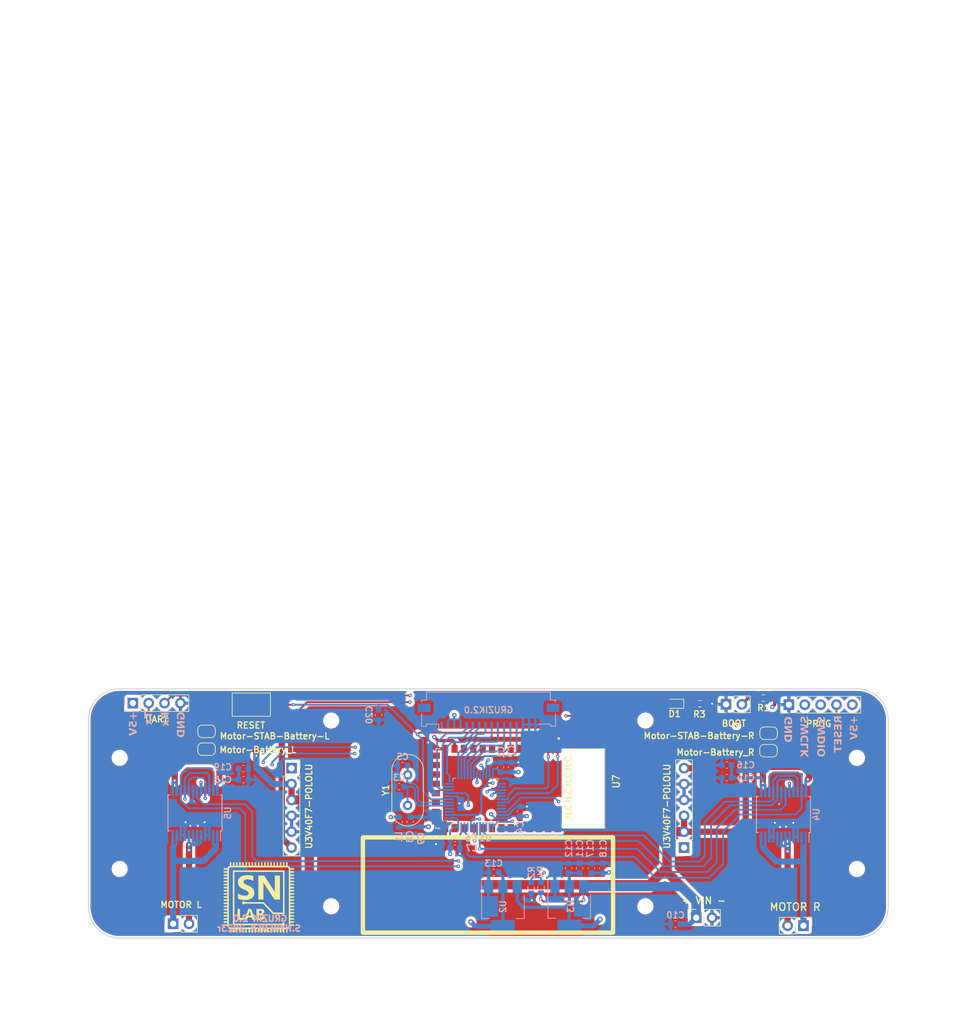
<source format=kicad_pcb>
(kicad_pcb (version 20221018) (generator pcbnew)
  (layers (0 "F.Cu" mixed) (1 "In1.Cu" mixed) (2 "In2.Cu" mixed) (31 "B.Cu" mixed) (34 "B.Paste" user) (35 "F.Paste" user) (36 "B.SilkS" user "B.Silkscreen") (37 "F.SilkS" user "F.Silkscreen") (38 "B.Mask" user) (39 "F.Mask" user) (44 "Edge.Cuts" user))
  (net 0 "")
  (net 1 "GND")
  (net 2 "/BOOT0")
  (net 3 "+3.3V")
  (net 4 "/HSE_OUT")
  (net 5 "/HSE_IN")
  (net 6 "+3.3VA")
  (net 7 "VDC")
  (net 8 "+5V")
  (net 9 "Motor_R")
  (net 10 "Motor_L")
  (net 11 "Net-(D1-K)")
  (net 12 "PC13")
  (net 13 "PB0")
  (net 14 "PA7")
  (net 15 "PA6")
  (net 16 "PA5")
  (net 17 "PA4")
  (net 18 "PA3")
  (net 19 "PA2")
  (net 20 "PA1")
  (net 21 "PA0")
  (net 22 "Net-(Motor-STAB-Battery-L1-B)")
  (net 23 "Net-(Motor-STAB-Battery-R1-B)")
  (net 24 "Net-(MOTOR_L1-Pin_1)")
  (net 25 "Net-(MOTOR_L1-Pin_2)")
  (net 26 "Net-(MOTOR_R1-Pin_1)")
  (net 27 "SWDIO")
  (net 28 "SWCLK")
  (net 29 "PB1")
  (net 30 "Net-(MOTOR_R1-Pin_2)")
  (net 31 "PC14")
  (net 32 "PC15")
  (net 33 "PB2")
  (net 34 "PB10")
  (net 35 "PB11")
  (net 36 "PB12")
  (net 37 "PB13")
  (net 38 "PB14")
  (net 39 "PB15")
  (net 40 "PA8")
  (net 41 "PA9")
  (net 42 "PA10")
  (net 43 "PA11")
  (net 44 "PA12")
  (net 45 "PA15")
  (net 46 "SWO")
  (net 47 "PB4")
  (net 48 "PB5")
  (net 49 "PB6")
  (net 50 "PB7")
  (net 51 "PB8")
  (net 52 "PB9")
  (net 83 "RESET")
  (footprint "Crystal:Crystal_HC49-4H_Vertical" (layer "F.Cu") (at 87.4268 151.7512 90)
    (fp_text reference "Y1")
    (fp_text value "8MHz")
  )
  (footprint "MountingHole:MountingHole_2.1mm" (layer "F.Cu") (at 75.184 167.894)
    (fp_text reference "REF**" hide)
    (fp_text value "MountingHole_2.1mm")
  )
  (footprint "Connector_PinHeader_2.54mm:PinHeader_1x02_P2.54mm_Vertical" (layer "F.Cu") (at 138.3792 135.5852 90)
    (fp_text reference "BOOT")
    (fp_text value "Conn_01x02_Pin")
  )
  (footprint "Jumper:SolderJumper-2_P1.3mm_Open_RoundedPad1.0x1.5mm" (layer "F.Cu") (at 145.1968 140.208 180)
    (fp_text reference "Motor-STAB-Battery-R")
    (fp_text value "SolderJumper_2_Open")
  )
  (footprint "Jumper:SolderJumper-2_P1.3mm_Open_RoundedPad1.0x1.5mm" (layer "F.Cu") (at 145.176 143.002)
    (fp_text reference "Motor-Battery_R")
    (fp_text value "SolderJumper_2_Open")
  )
  (footprint "Jumper:SolderJumper-2_P1.3mm_Open_RoundedPad1.0x1.5mm" (layer "F.Cu") (at 55.23 139.9032)
    (fp_text reference "Motor-STAB-Battery-L")
    (fp_text value "SolderJumper_2_Open")
  )
  (footprint "Connector_PinHeader_2.54mm:PinHeader_1x02_P2.54mm_Vertical" (layer "F.Cu") (at 49.8856 170.688 90)
    (fp_text reference "MOTOR L")
    (fp_text value "Conn_01x02")
  )
  (footprint "Connector_PinHeader_2.54mm:PinHeader_1x04_P2.54mm_Vertical" (layer "F.Cu") (at 43.434 135.382 90)
    (fp_text reference "UART")
    (fp_text value "Conn_01x04")
  )
  (footprint "Connector_PinHeader_2.54mm:PinHeader_1x02_P2.54mm_Vertical" (layer "F.Cu") (at 150.7744 170.9928 -90)
    (fp_text reference "MOTOR R")
    (fp_text value "Conn_01x02")
  )
  (footprint "SN-LAB-logo:SN-LAB" (layer "F.Cu") (at 63.306772 166.531623)
    (fp_text reference "G***" hide)
    (fp_text value "LOGO" hide)
  )
  (footprint "MountingHole:MountingHole_2.1mm" (layer "F.Cu") (at 41.322 144.145)
    (fp_text reference "REF**" hide)
    (fp_text value "MountingHole_2.1mm")
  )
  (footprint "Jumper:SolderJumper-2_P1.3mm_Open_RoundedPad1.0x1.5mm" (layer "F.Cu") (at 55.23 142.748 180)
    (fp_text reference "Motor-Battery_L")
    (fp_text value "SolderJumper_2_Open")
  )
  (footprint "MountingHole:MountingHole_2.1mm" (layer "F.Cu") (at 125.476 138.176)
    (fp_text reference "REF**" hide)
    (fp_text value "MountingHole_2.1mm")
  )
  (footprint "MountingHole:MountingHole_2.1mm" (layer "F.Cu") (at 159.338 161.925)
    (fp_text reference "REF**" hide)
    (fp_text value "MountingHole_2.1mm")
  )
  (footprint "Connector_PinHeader_2.54mm:PinHeader_1x05_P2.54mm_Vertical" (layer "F.Cu") (at 148.4376 135.636 90)
    (fp_text reference "PROG")
    (fp_text value "Conn_01x05")
  )
  (footprint "Resistor_SMD:R_0603_1608Metric" (layer "F.Cu") (at 144.3858 134.5692)
    (fp_text reference "R1")
    (fp_text value "10k")
  )
  (footprint "Resistor_SMD:R_0603_1608Metric" (layer "F.Cu") (at 134.175 135.4836)
    (fp_text reference "R3")
    (fp_text value "510R")
  )
  (footprint "MountingHole:MountingHole_2.1mm" (layer "F.Cu") (at 159.338 144.145)
    (fp_text reference "REF**" hide)
    (fp_text value "MountingHole_2.1mm")
  )
  (footprint "HC-05_module:XCVR_HC-05" (layer "F.Cu") (at 105.1062 149.0472 -90)
    (fp_text reference "U7")
    (fp_text value "HC-05")
  )
  (footprint "MountingHole:MountingHole_2.1mm" (layer "F.Cu") (at 75.184 138.176)
    (fp_text reference "REF**" hide)
    (fp_text value "MountingHole_2.1mm")
  )
  (footprint "Connector_PinSocket_2.54mm:PinSocket_1x06_P2.54mm_Vertical" (layer "F.Cu") (at 131.666 158.496 180)
    (fp_text reference "U3V40F7-POLOLU")
    (fp_text value "Conn_01x06")
  )
  (footprint "Connector_PinSocket_2.54mm:PinSocket_1x06_P2.54mm_Vertical" (layer "F.Cu") (at 68.834 145.796)
    (fp_text reference "U3V40F7-POLOLU")
    (fp_text value "Conn_01x06")
  )
  (footprint "MountingHole:MountingHole_2.1mm" (layer "F.Cu") (at 41.322 161.925)
    (fp_text reference "REF**" hide)
    (fp_text value "MountingHole_2.1mm")
  )
  (footprint "Connector_PinSocket_2.54mm:PinSocket_1x02_P2.54mm_Vertical" (layer "F.Cu") (at 133.604 169.7228 90)
    (fp_text reference "+ VIN -")
    (fp_text value "Conn_01x02")
  )
  (footprint "Button_Switch_SMD:SW_SPST_CK_RS282G05A3" (layer "F.Cu") (at 62.394 135.636)
    (fp_text reference "RESET")
    (fp_text value "SW_SPST")
  )
  (footprint "LED_SMD:LED_0603_1608Metric" (layer "F.Cu") (at 130.1365 135.4836 180)
    (fp_text reference "D1")
    (fp_text value "BLUE")
  )
  (footprint "MountingHole:MountingHole_2.1mm" (layer "F.Cu") (at 125.476 167.894)
    (fp_text reference "REF**" hide)
    (fp_text value "MountingHole_2.1mm")
  )
  (footprint "Package_TO_SOT_SMD:SOT-223-3_TabPin2" (layer "B.Cu") (at 113.284 167.894 -90)
    (fp_text reference "U3")
    (fp_text value "LM1117MP-5.0")
  )
  (footprint "Capacitor_SMD:C_0603_1608Metric" (layer "B.Cu") (at 105.4608 152.7048 90)
    (fp_text reference "C4")
    (fp_text value "100n")
  )
  (footprint "Package_TO_SOT_SMD:SOT-223-3_TabPin2" (layer "B.Cu") (at 102.6668 167.9444 -90)
    (fp_text reference "U2")
    (fp_text value "LM1117MP-3.3")
  )
  (footprint "Capacitor_SMD:C_0603_1608Metric" (layer "B.Cu") (at 86.601 145.3896 180)
    (fp_text reference "C5")
    (fp_text value "20p")
  )
  (footprint "Package_SO:SSOP-24_5.3x8.2mm_P0.65mm" (layer "B.Cu") (at 147.567 153.206 90)
    (fp_text reference "U4")
    (fp_text value "TB6612FNG")
  )
  (footprint "Capacitor_SMD:C_0603_1608Metric" (layer "B.Cu") (at 113.1824 161.798 90)
    (fp_text reference "C12")
    (fp_text value "10u")
  )
  (footprint "Capacitor_SMD:C_0603_1608Metric" (layer "B.Cu") (at 94.996 157.0228)
    (fp_text reference "C6")
    (fp_text value "100n")
  )
  (footprint "Capacitor_SMD:C_0603_1608Metric" (layer "B.Cu") (at 61.137476 145.86)
    (fp_text reference "C19")
    (fp_text value "10u")
  )
  (footprint "Resistor_SMD:R_0603_1608Metric" (layer "B.Cu") (at 107.188 164.9354 -90)
    (fp_text reference "R2")
    (fp_text value "20K")
  )
  (footprint "Capacitor_SMD:C_0603_1608Metric" (layer "B.Cu") (at 82.7532 137.2746 90)
    (fp_text reference "C20")
    (fp_text value "100n")
  )
  (footprint "Capacitor_SMD:C_0603_1608Metric" (layer "B.Cu") (at 102.2858 145.6436 90)
    (fp_text reference "C1")
    (fp_text value "4u7")
  )
  (footprint "Capacitor_SMD:C_0603_1608Metric" (layer "B.Cu") (at 86.0552 148.7424 180)
    (fp_text reference "C3")
    (fp_text value "20p")
  )
  (footprint "Capacitor_SMD:C_0603_1608Metric" (layer "B.Cu") (at 61.137476 147.638)
    (fp_text reference "C15")
    (fp_text value "0.1u")
  )
  (footprint "Inductor_SMD:L_0603_1608Metric" (layer "B.Cu") (at 86.0552 154.4067 -90)
    (fp_text reference "L1")
    (fp_text value "27n")
  )
  (footprint "Package_SO:SSOP-24_5.3x8.2mm_P0.65mm" (layer "B.Cu") (at 53.381 152.952 90)
    (fp_text reference "U5")
    (fp_text value "TB6612FNG")
  )
  (footprint "Capacitor_SMD:C_0603_1608Metric" (layer "B.Cu") (at 89.6112 154.3942 90)
    (fp_text reference "C9")
    (fp_text value "100n")
  )
  (footprint "Capacitor_SMD:C_0603_1608Metric" (layer "B.Cu") (at 101.1936 162.4584 180)
    (fp_text reference "C13")
    (fp_text value "33u")
  )
  (footprint "Capacitor_SMD:C_0603_1608Metric" (layer "B.Cu") (at 116.84 161.798 90)
    (fp_text reference "C17")
    (fp_text value "0.1u")
  )
  (footprint "Resistor_SMD:R_0603_1608Metric" (layer "B.Cu") (at 108.7628 164.8988 -90)
    (fp_text reference "R4")
    (fp_text value "33K")
  )
  (footprint "Capacitor_SMD:C_0603_1608Metric" (layer "B.Cu") (at 94.996 158.5976)
    (fp_text reference "C7")
    (fp_text value "100n")
  )
  (footprint "Capacitor_SMD:C_0603_1608Metric" (layer "B.Cu") (at 138.486476 147.32 180)
    (fp_text reference "C14")
    (fp_text value "0.1u")
  )
  (footprint "Capacitor_SMD:C_0603_1608Metric" (layer "B.Cu") (at 118.6688 161.798 90)
    (fp_text reference "C18")
    (fp_text value "0.1u")
  )
  (footprint "Package_QFP:LQFP-48_7x7mm_P0.5mm" (layer "B.Cu") (at 98.27 151.0315)
    (fp_text reference "U1")
    (fp_text value "STM32F103C8T6")
  )
  (footprint "Capacitor_SMD:C_0603_1608Metric" (layer "B.Cu") (at 130.289 170.7388 180)
    (fp_text reference "C10")
    (fp_text value "10u")
  )
  (footprint "Capacitor_SMD:C_0603_1608Metric" (layer "B.Cu") (at 87.8332 154.3942 90)
    (fp_text reference "C8")
    (fp_text value "1u")
  )
  (footprint "Connector_FFC-FPC:Molex_200528-0160_1x16-1MP_P1.00mm_Horizontal" (layer "B.Cu") (at 100.3672 137.9264)
    (fp_text reference "GRUZIK2.0")
    (fp_text value "Conn_01x16")
  )
  (footprint "Capacitor_SMD:C_0603_1608Metric" (layer "B.Cu") (at 138.499476 145.288 180)
    (fp_text reference "C16")
    (fp_text value "10u")
  )
  (footprint "Capacitor_SMD:C_0603_1608Metric" (layer "B.Cu") (at 114.9604 161.798 90)
    (fp_text reference "C11")
    (fp_text value "33u")
  )
  (footprint "Capacitor_SMD:C_0603_1608Metric" (layer "B.Cu") (at 104.0638 145.6436 90)
    (fp_text reference "C2")
    (fp_text value "100n")
  )
  (gr_rect (start 80.264 156.8704) (end 120.2944 172.1104) (stroke (width 0.7)) (fill none) (layer "F.SilkS"))
  (gr_line (start 164.338 167.974) (end 164.338 138.096) (stroke (width 0.15)) (layer "Edge.Cuts"))
  (gr_arc (start 164.338 167.974) (mid 162.873534 171.509533) (end 159.338 172.974) (stroke (width 0.15)) (layer "Edge.Cuts"))
  (gr_line (start 159.338 172.974) (end 41.322 172.974) (stroke (width 0.15)) (layer "Edge.Cuts"))
  (gr_arc (start 159.338 133.096) (mid 162.873533 134.560466) (end 164.338 138.096) (stroke (width 0.15)) (layer "Edge.Cuts"))
  (gr_arc (start 41.322 172.974) (mid 37.786467 171.509534) (end 36.322 167.974) (stroke (width 0.15)) (layer "Edge.Cuts"))
  (gr_line (start 36.322 138.096) (end 36.322 167.974) (stroke (width 0.15)) (layer "Edge.Cuts"))
  (gr_line (start 159.338 133.096) (end 41.322 133.096) (stroke (width 0.15)) (layer "Edge.Cuts"))
  (gr_arc (start 36.322 138.096) (mid 37.786466 134.560467) (end 41.322 133.096) (stroke (width 0.15)) (layer "Edge.Cuts"))
  (gr_text "SWCLK" (at 151.7396 137.414 90) (layer "B.SilkS") (effects (font (size 1.2 1.2) (thickness 0.3) bold) (justify left bottom mirror)))
  (gr_text "Tx" (at 46.6852 136.7028 90) (layer "B.SilkS") (effects (font (size 1.2 1.2) (thickness 0.3) bold) (justify left bottom mirror)))
  (gr_text "GRUZIK 2.0" (at 68.2752 170.434) (layer "B.SilkS") (effects (font (size 1 1) (thickness 0.25) bold) (justify left bottom mirror)))
  (gr_text "+5V" (at 44.2468 136.7536 90) (layer "B.SilkS") (effects (font (size 1.2 1.2) (thickness 0.3) bold) (justify left bottom mirror)))
  (gr_text "+5V" (at 159.6136 137.414 90) (layer "B.SilkS") (effects (font (size 1.2 1.2) (thickness 0.3) bold) (justify left bottom mirror)))
  (gr_text "Rx" (at 49.3776 136.7536 90) (layer "B.SilkS") (effects (font (size 1.2 1.2) (thickness 0.3) bold) (justify left bottom mirror)))
  (gr_text "S.NYDEREK 2023r" (at 70.4596 172.0088) (layer "B.SilkS") (effects (font (size 1 1) (thickness 0.25) bold) (justify left bottom mirror)))
  (gr_text "SWDIO" (at 154.432 137.5156 90) (layer "B.SilkS") (effects (font (size 1.2 1.2) (thickness 0.3) bold) (justify left bottom mirror)))
  (gr_text "GND" (at 51.9176 136.7536 90) (layer "B.SilkS") (effects (font (size 1.2 1.2) (thickness 0.3) bold) (justify left bottom mirror)))
  (gr_text "RESET" (at 157.0736 137.3632 90) (layer "B.SilkS") (effects (font (size 1.2 1.2) (thickness 0.3) bold) (justify left bottom mirror)))
  (gr_text "GND" (at 149.1488 137.5156 90) (layer "B.SilkS") (effects (font (size 1.2 1.2) (thickness 0.3) bold) (justify left bottom mirror)))
  (gr_text "JLCJLCJLCJLC" (at 113.6904 154.2796 90) (layer "F.SilkS") (effects (font (size 1 1) (thickness 0.2) bold) (justify left bottom)))
  (segment (start 91.8972 156.8196) (end 91.9312 156.7856) (width 0.5) (layer "F.Cu") (net 1))
  (segment (start 91.7448 142.6972) (end 90.7288 141.6812) (width 0.5) (layer "F.Cu") (net 1))
  (segment (start 93.4312 157.216) (end 93.4312 155.3972) (width 0.5) (layer "F.Cu") (net 1))
  (segment (start 91.948 157.9372) (end 92.71 157.9372) (width 0.5) (layer "F.Cu") (net 1))
  (segment (start 135 135.4836) (end 136.1562 135.4836) (width 0.5) (layer "F.Cu") (net 1))
  (segment (start 91.9312 156.7856) (end 91.9312 154.2972) (width 0.5) (layer "F.Cu") (net 1))
  (segment (start 93.4312 142.6972) (end 91.7448 142.6972) (width 0.5) (layer "F.Cu") (net 1))
  (segment (start 92.71 157.9372) (end 93.4312 157.216) (width 0.5) (layer "F.Cu") (net 1))
  (via (at 51.8668 154.432) (size 0.7) (drill 0.3) (layers "F.Cu" "B.Cu") (net 1))
  (via (at 136.1562 135.4836) (size 0.7) (drill 0.3) (layers "F.Cu" "B.Cu") (net 1))
  (via (at 147.0152 155.194) (size 0.7) (drill 0.3) (layers "F.Cu" "B.Cu") (net 1))
  (via (at 146.2024 154.5336) (size 0.7) (drill 0.3) (layers "F.Cu" "B.Cu") (net 1))
  (via (at 53.848 154.9908) (size 0.7) (drill 0.3) (layers "F.Cu" "B.Cu") (net 1))
  (via (at 91.948 157.9372) (size 0.7) (drill 0.3) (layers "F.Cu" "B.Cu") (net 1))
  (via (at 91.8972 156.8196) (size 0.7) (drill 0.3) (layers "F.Cu" "B.Cu") (net 1))
  (via (at 52.6288 154.9908) (size 0.7) (drill 0.3) (layers "F.Cu" "B.Cu") (net 1))
  (via (at 53.2384 151.0792) (size 0.55) (drill 0.2) (layers "F.Cu" "B.Cu") (net 1))
  (via (at 90.7288 141.6812) (size 0.7) (drill 0.3) (layers "F.Cu" "B.Cu") (net 1))
  (via (at 106.5146 151.9298) (size 0.7) (drill 0.3) (layers "F.Cu" "B.Cu") (net 1))
  (via (at 95.7072 151.4348) (size 0.7) (drill 0.3) (layers "F.Cu" "B.Cu") (net 1))
  (via (at 147.9804 155.1432) (size 0.7) (drill 0.3) (layers "F.Cu" "B.Cu") (net 1))
  (via (at 107.2896 166.9288) (size 0.7) (drill 0.3) (layers "F.Cu" "B.Cu") (net 1))
  (via (at 105.156 144.8686) (size 0.7) (drill 0.3) (layers "F.Cu" "B.Cu") (net 1))
  (via (at 95.771 159.499) (size 0.7) (drill 0.3) (layers "F.Cu" "B.Cu") (net 1))
  (via (at 149.1488 154.5336) (size 0.7) (drill 0.3) (layers "F.Cu" "B.Cu") (net 1))
  (via (at 146.8628 151.5364) (size 0.55) (drill 0.2) (layers "F.Cu" "B.Cu") (net 1))
  (via (at 54.9148 154.432) (size 0.7) (drill 0.3) (layers "F.Cu" "B.Cu") (net 1))
  (segment (start 95.771 157.0228) (end 95.771 156.451) (width 0.3) (layer "B.Cu") (net 1))
  (segment (start 102.2858 144.8686) (end 101.3082 144.8686) (width 0.3) (layer "B.Cu") (net 1))
  (segment (start 53.848 154.9908) (end 54.7448 154.9908) (width 0.45) (layer "B.Cu") (net 1))
  (segment (start 102.2858 144.8686) (end 104.0638 144.8686) (width 0.5) (layer "B.Cu") (net 1))
  (segment (start 95.771 156.451) (end 96.02 156.202) (width 0.3) (layer "B.Cu") (net 1))
  (segment (start 51.8668 154.432) (end 54.9148 154.432) (width 0.45) (layer "B.Cu") (net 1))
  (segment (start 145.292 156.806) (end 145.292 155.2488) (width 0.45) (layer "B.Cu") (net 1))
  (segment (start 113.1824 161.023) (end 114.9604 161.023) (width 0.5) (layer "B.Cu") (net 1))
  (segment (start 107.188 166.8272) (end 107.2896 166.9288) (width 0.5) (layer "B.Cu") (net 1))
  (segment (start 104.8642 151.9298) (end 103.5125 153.2815) (width 0.3) (layer "B.Cu") (net 1))
  (segment (start 147.242 149.606) (end 147.242 151.1572) (width 0.3) (layer "B.Cu") (net 1))
  (segment (start 95.771 158.5976) (end 95.771 159.499) (width 0.5) (layer "B.Cu") (net 1))
  (segment (start 105.156 144.8686) (end 104.0638 144.8686) (width 0.5) (layer "B.Cu") (net 1))
  (segment (start 105.4608 151.9298) (end 104.8642 151.9298) (width 0.3) (layer "B.Cu") (net 1))
  (segment (start 95.7072 150.6728) (end 95.7072 151.4348) (width 0.3) (layer "B.Cu") (net 1))
  (segment (start 146.229 155.194) (end 147.0152 155.194) (width 0.45) (layer "B.Cu") (net 1))
  (segment (start 146.2024 154.5336) (end 149.1488 154.5336) (width 0.45) (layer "B.Cu") (net 1))
  (segment (start 149.192 155.506) (end 149.192 156.806) (width 0.45) (layer "B.Cu") (net 1))
  (segment (start 100.52 145.6568) (end 100.52 146.869) (width 0.3) (layer "B.Cu") (net 1))
  (segment (start 101.3082 144.8686) (end 100.52 145.6568) (width 0.3) (layer "B.Cu") (net 1))
  (segment (start 100.3668 162.5102) (end 100.4186 162.4584) (width 0.5) (layer "B.Cu") (net 1))
  (segment (start 51.106 156.552) (end 51.106 154.9412) (width 0.45) (layer "B.Cu") (net 1))
  (segment (start 51.756 156.552) (end 51.756 155.227) (width 0.45) (layer "B.Cu") (net 1))
  (segment (start 148.0312 155.194) (end 148.88 155.194) (width 0.45) (layer "B.Cu") (net 1))
  (segment (start 147.0152 155.194) (end 147.9296 155.194) (width 0.45) (layer "B.Cu") (net 1))
  (segment (start 118.6688 161.023) (end 116.84 161.023) (width 0.5) (layer "B.Cu") (net 1))
  (segment (start 53.056 150.8968) (end 53.2384 151.0792) (width 0.3) (layer "B.Cu") (net 1))
  (segment (start 149.2504 154.5336) (end 149.842 155.1252) (width 0.45) (layer "B.Cu") (net 1))
  (segment (start 148.88 155.194) (end 149.192 155.506) (width 0.45) (layer "B.Cu") (net 1))
  (segment (start 145.288 155.2448) (end 145.9992 154.5336) (width 0.45) (layer "B.Cu") (net 1))
  (segment (start 107.188 165.7604) (end 107.188 166.8272) (width 0.5) (layer "B.Cu") (net 1))
  (segment (start 51.6128 154.432) (end 51.8668 154.432) (width 0.45) (layer "B.Cu") (net 1))
  (segment (start 106.5146 151.9298) (end 105.4608 151.9298) (width 0.5) (layer "B.Cu") (net 1))
  (segment (start 94.1075 150.2815) (end 95.3159 150.2815) (width 0.3) (layer "B.Cu") (net 1))
  (segment (start 147.242 151.1572) (end 146.8628 151.5364) (width 0.3) (layer "B.Cu") (net 1))
  (segment (start 114.9604 161.023) (end 116.84 161.023) (width 0.5) (layer "B.Cu") (net 1))
  (segment (start 87.8332 153.6192) (end 89.6112 153.6192) (width 0.5) (layer "B.Cu") (net 1))
  (segment (start 103.5125 153.2815) (end 102.4325 153.2815) (width 0.3) (layer "B.Cu") (net 1))
  (segment (start 95.7072 151.4348) (end 95.7072 151.384) (width 0.3) (layer "B.Cu") (net 1))
  (segment (start 54.9148 154.432) (end 54.9656 154.432) (width 0.45) (layer "B.Cu") (net 1))
  (segment (start 145.9992 154.5336) (end 146.2024 154.5336) (width 0.45) (layer "B.Cu") (net 1))
  (segment (start 147.9804 155.1432) (end 148.0312 155.194) (width 0.45) (layer "B.Cu") (net 1))
  (segment (start 51.756 155.227) (end 51.9922 154.9908) (width 0.45) (layer "B.Cu") (net 1))
  (segment (start 147.9296 155.194) (end 147.9804 155.1432) (width 0.45) (layer "B.Cu") (net 1))
  (segment (start 53.056 149.352) (end 53.056 150.8968) (width 0.3) (layer "B.Cu") (net 1))
  (segment (start 54.7448 154.9908) (end 55.006 155.252) (width 0.45) (layer "B.Cu") (net 1))
  (segment (start 145.942 155.481) (end 146.229 155.194) (width 0.45) (layer "B.Cu") (net 1))
  (segment (start 54.9656 154.432) (end 55.656 155.1224) (width 0.45) (layer "B.Cu") (net 1))
  (segment (start 145.942 156.806) (end 145.942 155.481) (width 0.45) (layer "B.Cu") (net 1))
  (segment (start 51.1048 154.94) (end 51.6128 154.432) (width 0.45) (layer "B.Cu") (net 1))
  (segment (start 51.106 154.9412) (end 51.1048 154.94) (width 0.45) (layer "B.Cu") (net 1))
  (segment (start 52.6288 154.9908) (end 53.848 154.9908) (width 0.45) (layer "B.Cu") (net 1))
  (segment (start 145.292 155.2488) (end 145.288 155.2448) (width 0.45) (layer "B.Cu") (net 1))
  (segment (start 96.02 156.202) (end 96.02 155.194) (width 0.3) (layer "B.Cu") (net 1))
  (segment (start 149.1488 154.5336) (end 149.2504 154.5336) (width 0.45) (layer "B.Cu") (net 1))
  (segment (start 51.9922 154.9908) (end 52.6288 154.9908) (width 0.45) (layer "B.Cu") (net 1))
  (segment (start 100.3668 164.7944) (end 100.3668 162.5102) (width 0.5) (layer "B.Cu") (net 1))
  (segment (start 55.006 155.252) (end 55.006 156.552) (width 0.45) (layer "B.Cu") (net 1))
  (segment (start 55.656 155.1224) (end 55.656 156.552) (width 0.45) (layer "B.Cu") (net 1))
  (segment (start 149.842 155.1252) (end 149.842 156.806) (width 0.45) (layer "B.Cu") (net 1))
  (segment (start 95.771 157.0228) (end 95.771 158.5976) (width 0.5) (layer "B.Cu") (net 1))
  (segment (start 137.711476 145.301) (end 137.724476 145.288) (width 0.5) (layer "B.Cu") (net 1))
  (segment (start 95.3159 150.2815) (end 95.7072 150.6728) (width 0.3) (layer "B.Cu") (net 1))
  (segment (start 141.9352 134.5692) (end 140.9192 135.5852) (width 0.5) (layer "F.Cu") (net 2))
  (segment (start 143.5608 134.5692) (end 141.9352 134.5692) (width 0.5) (layer "F.Cu") (net 2))
  (via (at 98.9584 153.924) (size 0.55) (drill 0.2) (layers "F.Cu" "B.Cu") (net 2))
  (segment (start 97.951459 153.924) (end 98.9584 153.924) (width 0.3) (layer "B.Cu") (net 2))
  (segment (start 97.52 155.194) (end 97.52 154.355459) (width 0.3) (layer "B.Cu") (net 2))
  (segment (start 97.52 154.355459) (end 97.951459 153.924) (width 0.3) (layer "B.Cu") (net 2))
  (segment (start 94.6404 141.3764) (end 92.7608 141.3764) (width 0.5) (layer "F.Cu") (net 3))
  (segment (start 91.8464 140.97) (end 91.694 140.8176) (width 0.5) (layer "F.Cu") (net 3))
  (segment (start 92.2528 141.3764) (end 91.8464 140.97) (width 0.5) (layer "F.Cu") (net 3))
  (segment (start 94.742 141.478) (end 94.6404 141.3764) (width 0.5) (layer "F.Cu") (net 3))
  (segment (start 92.7608 141.3764) (end 92.2528 141.3764) (width 0.5) (layer "F.Cu") (net 3))
  (segment (start 145.8976 134.5692) (end 145.2108 134.5692) (width 0.5) (layer "F.Cu") (net 3))
  (segment (start 94.9312 141.6672) (end 94.742 141.478) (width 0.5) (layer "F.Cu") (net 3))
  (segment (start 94.9312 142.6972) (end 94.9312 141.6672) (width 0.5) (layer "F.Cu") (net 3))
  (segment (start 146.1516 135.636) (end 146.1516 134.8232) (width 0.5) (layer "F.Cu") (net 3))
  (segment (start 146.1516 134.8232) (end 145.8976 134.5692) (width 0.5) (layer "F.Cu") (net 3))
  (segment (start 145.796 135.9916) (end 146.1516 135.636) (width 0.5) (layer "F.Cu") (net 3))
  (via (at 84.7344 153.6192) (size 0.7) (drill 0.3) (layers "F.Cu" "B.Cu") (net 3))
  (via (at 145.796 135.9916) (size 0.7) (drill 0.3) (layers "F.Cu" "B.Cu") (net 3))
  (via (at 94.221 159.512) (size 0.7) (drill 0.3) (layers "F.Cu" "B.Cu") (net 3))
  (via (at 91.694 140.8176) (size 0.7) (drill 0.3) (layers "F.Cu" "B.Cu") (net 3))
  (via (at 97.536 170.3832) (size 0.8) (drill 0.4) (layers "F.Cu" "B.Cu") (net 3))
  (via (at 119.634 162.4584) (size 0.7) (drill 0.3) (layers "F.Cu" "B.Cu") (net 3))
  (via (at 100.7872 153.162) (size 0.7) (drill 0.3) (layers "F.Cu" "B.Cu") (net 3))
  (via (at 54.356 148.052) (size 0.55) (drill 0.2) (layers "F.Cu" "B.Cu") (net 3))
  (via (at 148.5387 148.2339) (size 0.55) (drill 0.2) (layers "F.Cu" "B.Cu") (net 3))
  (via (at 105.156 146.4186) (size 0.7) (drill 0.3) (layers "F.Cu" "B.Cu") (net 3))
  (via (at 106.4768 153.4798) (size 0.7) (drill 0.3) (layers "F.Cu" "B.Cu") (net 3))
  (segment (start 94.8436 155.194) (end 94.221 155.8166) (width 0.3) (layer "B.Cu") (net 3))
  (segment (start 103.798114 153.7815) (end 104.099814 153.4798) (width 0.3) (layer "B.Cu") (net 3))
  (segment (start 101.4067 153.7815) (end 100.7872 153.162) (width 0.3) (layer "B.Cu") (net 3))
  (segment (start 148.5387 148.2339) (end 148.5387 148.3027) (width 0.45) (layer "B.Cu") (net 3))
  (segment (start 101.7524 145.8976) (end 101.1428 145.8976) (width 0.3) (layer "B.Cu") (net 3))
  (segment (start 102.2734 146.4186) (end 102.2858 146.4186) (width 0.3) (layer "B.Cu") (net 3))
  (segment (start 102.4325 153.7815) (end 103.798114 153.7815) (width 0.3) (layer "B.Cu") (net 3))
  (segment (start 104.099814 153.4798) (end 105.4608 153.4798) (width 0.3) (layer "B.Cu") (net 3))
  (segment (start 102.4325 153.7815) (end 101.4067 153.7815) (width 0.3) (layer "B.Cu") (net 3))
  (segment (start 94.221 159.512) (end 94.221 158.5976) (width 0.5) (layer "B.Cu") (net 3))
  (segment (start 94.221 155.8166) (end 94.221 157.0228) (width 0.3) (layer "B.Cu") (net 3))
  (segment (start 148.542 148.306) (end 148.542 149.606) (width 0.45) (layer "B.Cu") (net 3))
  (segment (start 102.6668 171.0944) (end 98.2472 171.0944) (width 0.8) (layer "B.Cu") (net 3))
  (segment (start 119.5194 162.573) (end 119.634 162.4584) (width 0.5) (layer "B.Cu") (net 3))
  (segment (start 84.7344 153.6192) (end 86.0552 153.6192) (width 0.5) (layer "B.Cu") (net 3))
  (segment (start 148.5387 148.3027) (end 148.542 148.306) (width 0.45) (layer "B.Cu") (net 3))
  (segment (start 106.4768 153.4798) (end 105.4608 153.4798) (width 0.5) (layer "B.Cu") (net 3))
  (segment (start 102.6668 163.1566) (end 101.9686 162.4584) (width 0.5) (layer "B.Cu") (net 3))
  (segment (start 95.52 155.194) (end 94.8436 155.194) (width 0.3) (layer "B.Cu") (net 3))
  (segment (start 95.52 155.194) (end 95.52 154.1432) (width 0.3) (layer "B.Cu") (net 3))
  (segment (start 98.2472 171.0944) (end 97.536 170.3832) (width 0.8) (layer "B.Cu") (net 3))
  (segment (start 104.0638 146.4186) (end 102.2858 146.4186) (width 0.5) (layer "B.Cu") (net 3))
  (segment (start 54.356 148.052) (end 54.356 149.352) (width 0.45) (layer "B.Cu") (net 3))
  (segment (start 95.1583 153.7815) (end 94.1075 153.7815) (width 0.3) (layer "B.Cu") (net 3))
  (segment (start 101.02 146.0204) (end 101.02 146.869) (width 0.3) (layer "B.Cu") (net 3))
  (segment (start 116.84 162.573) (end 118.6688 162.573) (width 0.5) (layer "B.Cu") (net 3))
  (segment (start 95.52 154.1432) (end 95.1583 153.7815) (width 0.3) (layer "B.Cu") (net 3))
  (segment (start 101.7524 145.8976) (end 102.2734 146.4186) (width 0.3) (layer "B.Cu") (net 3))
  (segment (start 118.6688 162.573) (end 119.5194 162.573) (width 0.5) (layer "B.Cu") (net 3))
  (segment (start 94.221 157.0228) (end 94.221 158.5976) (width 0.5) (layer "B.Cu") (net 3))
  (segment (start 102.6668 171.0944) (end 102.6668 164.7944) (width 0.5) (layer "B.Cu") (net 3))
  (segment (start 101.1428 145.8976) (end 101.02 146.0204) (width 0.3) (layer "B.Cu") (net 3))
  (segment (start 102.6668 164.7944) (end 102.6668 163.1566) (width 0.5) (layer "B.Cu") (net 3))
  (segment (start 105.156 146.4186) (end 104.0638 146.4186) (width 0.5) (layer "B.Cu") (net 3))
  (segment (start 94.1075 151.7815) (end 90.9917 151.7815) (width 0.3) (layer "B.Cu") (net 4))
  (segment (start 88.1888 148.7424) (end 87.2236 148.7424) (width 0.3) (layer "B.Cu") (net 4))
  (segment (start 88.5952 149.1488) (end 88.1888 148.7424) (width 0.3) (layer "B.Cu") (net 4))
  (segment (start 90.9917 151.7815) (end 90.9908 151.7824) (width 0.3) (layer "B.Cu") (net 4))
  (segment (start 87.4138 151.7004) (end 87.4138 148.9326) (width 0.3) (layer "B.Cu") (net 4))
  (segment (start 89.302494 151.7824) (end 88.5952 151.075106) (width 0.3) (layer "B.Cu") (net 4))
  (segment (start 88.5952 151.075106) (end 88.5952 149.1488) (width 0.3) (layer "B.Cu") (net 4))
  (segment (start 90.9908 151.7824) (end 89.302494 151.7824) (width 0.3) (layer "B.Cu") (net 4))
  (segment (start 89.5096 151.2824) (end 90.0176 151.2824) (width 0.3) (layer "B.Cu") (net 5))
  (segment (start 89.1032 150.876) (end 89.5096 151.2824) (width 0.3) (layer "B.Cu") (net 5))
  (segment (start 87.4268 145.4404) (end 87.376 145.3896) (width 0.3) (layer "B.Cu") (net 5))
  (segment (start 88.395907 148.2424) (end 87.63 148.2424) (width 0.3) (layer "B.Cu") (net 5))
  (segment (start 87.376 147.9804) (end 87.376 146.922) (width 0.3) (layer "B.Cu") (net 5))
  (segment (start 89.1032 150.876) (end 89.1032 148.949694) (width 0.3) (layer "B.Cu") (net 5))
  (segment (start 90.0185 151.2815) (end 90.0176 151.2824) (width 0.3) (layer "B.Cu") (net 5))
  (segment (start 87.4268 146.8712) (end 87.4268 145.4404) (width 0.3) (layer "B.Cu") (net 5))
  (segment (start 89.1032 148.949694) (end 88.395907 148.2424) (width 0.3) (layer "B.Cu") (net 5))
  (segment (start 87.63 148.2424) (end 87.63 148.2344) (width 0.3) (layer "B.Cu") (net 5))
  (segment (start 87.63 148.2344) (end 87.376 147.9804) (width 0.3) (layer "B.Cu") (net 5))
  (segment (start 94.1075 151.2815) (end 90.0185 151.2815) (width 0.3) (layer "B.Cu") (net 5))
  (via (at 90.7542 155.1692) (size 0.8) (drill 0.4) (layers "F.Cu" "B.Cu") (net 6))
  (via (at 97.1296 151.7396) (size 0.55) (drill 0.2) (layers "F.Cu" "B.Cu") (net 6))
  (segment (start 90.7542 155.1692) (end 89.6112 155.1692) (width 0.5) (layer "B.Cu") (net 6))
  (segment (start 97.1296 150.2156) (end 97.1296 151.7396) (width 0.4) (layer "B.Cu") (net 6))
  (segment (start 87.8332 155.1692) (end 86.0802 155.1692) (width 0.5) (layer "B.Cu") (net 6))
  (segment (start 97.1296 150.2156) (end 96.6955 149.7815) (width 0.3) (layer "B.Cu") (net 6))
  (segment (start 96.6955 149.7815) (end 94.1075 149.7815) (width 0.3) (layer "B.Cu") (net 6))
  (segment (start 89.6112 155.1692) (end 87.8332 155.1692) (width 0.5) (layer "B.Cu") (net 6))
  (segment (start 141.5288 154.5844) (end 140.1572 155.956) (width 1) (layer "F.Cu") (net 7))
  (segment (start 128.9304 157.2768) (end 130.2512 155.956) (width 1.5) (layer "F.Cu") (net 7))
  (segment (start 141.5288 144.1704) (end 141.5288 154.5844) (width 1) (layer "F.Cu") (net 7))
  (segment (start 128.9304 162.4076) (end 128.9304 161.6456) (width 1.5) (layer "F.Cu") (net 7))
  (segment (start 68.834 150.876) (end 71.0692 150.876) (width 1.5) (layer "F.Cu") (net 7))
  (segment (start 71.6788 162.8648) (end 73.2536 164.4396) (width 1.5) (layer "F.Cu") (net 7))
  (segment (start 131.666 155.956) (end 131.666 153.416) (width 1) (layer "F.Cu") (net 7))
  (segment (start 115.57 166.878) (end 115.316 167.132) (width 0.3) (layer "F.Cu") (net 7))
  (segment (start 126.1364 164.4396) (end 127.0508 163.5252) (width 1.5) (layer "F.Cu") (net 7))
  (segment (start 128.9304 161.6456) (end 128.9304 157.2768) (width 1.5) (layer "F.Cu") (net 7))
  (segment (start 142.6972 143.002) (end 141.5288 144.1704) (width 1) (layer "F.Cu") (net 7))
  (segment (start 73.2536 164.4396) (end 126.1364 164.4396) (width 1.5) (layer "F.Cu") (net 7))
  (segment (start 63.1952 143.1036) (end 62.7888 142.6972) (width 1) (layer "F.Cu") (net 7))
  (segment (start 144.526 143.002) (end 142.6972 143.002) (width 1) (layer "F.Cu") (net 7))
  (segment (start 133.604 167.0812) (end 128.9304 162.4076) (width 1.5) (layer "F.Cu") (net 7))
  (segment (start 140.1572 155.956) (end 131.666 155.956) (width 1) (layer "F.Cu") (net 7))
  (segment (start 63.1952 143.8148) (end 63.1952 143.1036) (width 1) (layer "F.Cu") (net 7))
  (segment (start 61.7728 142.6972) (end 55.9308 142.6972) (width 1) (layer "F.Cu") (net 7))
  (segment (start 71.0692 150.876) (end 71.6788 151.4856) (width 1.5) (layer "F.Cu") (net 7))
  (segment (start 71.6788 151.4856) (end 71.6788 162.8648) (width 1.5) (layer "F.Cu") (net 7))
  (segment (start 55.9308 142.6972) (end 55.88 142.748) (width 1) (layer "F.Cu") (net 7))
  (segment (start 133.604 169.7228) (end 133.604 167.0812) (width 1.5) (layer "F.Cu") (net 7))
  (segment (start 68.834 150.876) (end 68.834 148.336) (width 1) (layer "F.Cu") (net 7))
  (segment (start 130.2512 155.956) (end 131.666 155.956) (width 1.5) (layer "F.Cu") (net 7))
  (segment (start 62.7888 142.6972) (end 61.7728 142.6972) (width 1) (layer "F.Cu") (net 7))
  (segment (start 109.1184 167.132) (end 108.712 166.7256) (width 0.3) (layer "F.Cu") (net 7))
  (segment (start 115.316 167.132) (end 109.1184 167.132) (width 0.3) (layer "F.Cu") (net 7))
  (segment (start 127.0508 163.5252) (end 128.9304 161.6456) (width 1.5) (layer "F.Cu") (net 7))
  (via (at 63.1952 143.8148) (size 0.7) (drill 0.3) (layers "F.Cu" "B.Cu") (net 7))
  (via (at 108.712 166.7256) (size 0.55) (drill 0.25) (layers "F.Cu" "B.Cu") (net 7))
  (via (at 115.57 166.878) (size 0.55) (drill 0.25) (layers "F.Cu" "B.Cu") (net 7))
  (segment (start 115.584 164.744) (end 115.584 166.864) (width 0.3) (layer "B.Cu") (net 7))
  (segment (start 115.584 166.864) (end 115.57 166.878) (width 0.3) (layer "B.Cu") (net 7))
  (segment (start 131.064 170.7388) (end 132.588 170.7388) (width 0.8) (layer "B.Cu") (net 7))
  (segment (start 132.588 170.7388) (end 133.604 169.7228) (width 0.8) (layer "B.Cu") (net 7))
  (segment (start 65.8368 148.336) (end 63.9064 146.4056) (width 1) (layer "B.Cu") (net 7))
  (segment (start 63.1952 145.6944) (end 63.1952 145.6436) (width 1) (layer "B.Cu") (net 7))
  (segment (start 63.1952 145.6436) (end 63.1952 143.8148) (width 1) (layer "B.Cu") (net 7))
  (segment (start 131.216 164.744) (end 115.584 164.744) (width 1.5) (layer "B.Cu") (net 7))
  (segment (start 133.604 169.7228) (end 133.604 167.132) (width 1.5) (layer "B.Cu") (net 7))
  (segment (start 133.604 167.132) (end 131.216 164.744) (width 1.5) (layer "B.Cu") (net 7))
  (segment (start 108.712 166.7256) (end 108.712 165.7746) (width 0.3) (layer "B.Cu") (net 7))
  (segment (start 68.834 148.336) (end 65.8368 148.336) (width 1) (layer "B.Cu") (net 7))
  (segment (start 63.9064 146.4056) (end 63.1952 145.6944) (width 1) (layer "B.Cu") (net 7))
  (segment (start 108.712 165.7746) (end 108.7628 165.7238) (width 0.3) (layer "B.Cu") (net 7))
  (via (at 118.2116 169.9768) (size 0.8) (drill 0.4) (layers "F.Cu" "B.Cu") (net 8))
  (via (at 94.8944 137.3124) (size 0.7) (drill 0.3) (layers "F.Cu" "B.Cu") (net 8))
  (segment (start 95.758 137.9728) (end 95.8672 138.082) (width 0.3) (layer "B.Cu") (net 8))
  (segment (start 104.9668 167.0952) (end 105.918 168.0464) (width 0.5) (layer "B.Cu") (net 8))
  (segment (start 94.8672 137.9728) (end 94.8672 137.3396) (width 0.3) (layer "B.Cu") (net 8))
  (segment (start 94.8672 137.3396) (end 94.8944 137.3124) (width 0.3) (layer "B.Cu") (net 8))
  (segment (start 113.284 167.3352) (end 113.284 164.744) (width 0.5) (layer "B.Cu") (net 8))
  (segment (start 113.284 162.6746) (end 113.1824 162.573) (width 0.5) (layer "B.Cu") (net 8))
  (segment (start 94.8672 138.8364) (end 94.8672 137.9728) (width 0.3) (layer "B.Cu") (net 8))
  (segment (start 113.284 171.044) (end 113.284 168.8592) (width 0.5) (layer "B.Cu") (net 8))
  (segment (start 93.8672 138.238) (end 93.8672 138.8364) (width 0.3) (layer "B.Cu") (net 8))
  (segment (start 113.284 168.8592) (end 112.522 168.0972) (width 0.5) (layer "B.Cu") (net 8))
  (segment (start 94.1324 137.9728) (end 93.8672 138.238) (width 0.3) (layer "B.Cu") (net 8))
  (segment (start 94.8672 137.9728) (end 94.1324 137.9728) (width 0.3) (layer "B.Cu") (net 8))
  (segment (start 104.9668 164.7944) (end 104.9668 167.0952) (width 0.5) (layer "B.Cu") (net 8))
  (segment (start 112.522 168.0972) (end 113.284 167.3352) (width 0.5) (layer "B.Cu") (net 8))
  (segment (start 94.8672 137.9728) (end 95.758 137.9728) (width 0.3) (layer "B.Cu") (net 8))
  (segment (start 117.1444 171.044) (end 118.2116 169.9768) (width 0.8) (layer "B.Cu") (net 8))
  (segment (start 105.918 168.0464) (end 112.4712 168.0464) (width 0.5) (layer "B.Cu") (net 8))
  (segment (start 95.8672 138.082) (end 95.8672 138.8364) (width 0.3) (layer "B.Cu") (net 8))
  (segment (start 113.1824 162.573) (end 114.9604 162.573) (width 0.5) (layer "B.Cu") (net 8))
  (segment (start 112.4712 168.0464) (end 112.522 168.0972) (width 0.5) (layer "B.Cu") (net 8))
  (segment (start 113.284 164.744) (end 113.284 162.6746) (width 0.5) (layer "B.Cu") (net 8))
  (segment (start 113.284 171.044) (end 117.1444 171.044) (width 0.8) (layer "B.Cu") (net 8))
  (segment (start 145.826 145.572) (end 145.8468 145.5928) (width 1) (layer "F.Cu") (net 9))
  (segment (start 145.826 143.002) (end 145.826 145.572) (width 1) (layer "F.Cu") (net 9))
  (segment (start 151.6888 147.3708) (end 151.6888 145.9992) (width 1) (layer "F.Cu") (net 9))
  (segment (start 151.4602 147.5994) (end 151.6888 147.3708) (width 1) (layer "F.Cu") (net 9))
  (segment (start 151.6888 145.9992) (end 151.2824 145.5928) (width 1) (layer "F.Cu") (net 9))
  (segment (start 145.034 145.5928) (end 144.272 146.3548) (width 1) (layer "F.Cu") (net 9))
  (segment (start 145.8468 140.208) (end 145.8468 142.9812) (width 1) (layer "F.Cu") (net 9))
  (segment (start 145.8468 145.5928) (end 145.034 145.5928) (width 1) (layer "F.Cu") (net 9))
  (segment (start 145.8468 142.9812) (end 145.826 143.002) (width 1) (layer "F.Cu") (net 9))
  (segment (start 151.2824 145.5928) (end 145.8468 145.5928) (width 1) (layer "F.Cu") (net 9))
  (segment (start 144.272 146.3548) (end 144.272 148.1836) (width 1) (layer "F.Cu") (net 9))
  (via (at 144.272 148.1836) (size 0.7) (drill 0.3) (layers "F.Cu" "B.Cu") (net 9))
  (via (at 151.4602 147.5994) (size 0.7) (drill 0.3) (layers "F.Cu" "B.Cu") (net 9))
  (segment (start 144.642 148.5536) (end 144.642 149.606) (width 0.45) (layer "B.Cu") (net 9))
  (segment (start 143.992 149.606) (end 143.992 148.4636) (width 0.45) (layer "B.Cu") (net 9))
  (segment (start 144.272 148.1836) (end 144.272 147.6756) (width 0.5) (layer "B.Cu") (net 9))
  (segment (start 143.9164 147.32) (end 139.261476 147.32) (width 0.5) (layer "B.Cu") (net 9))
  (segment (start 151.142 147.9176) (end 151.4602 147.5994) (width 0.45) (layer "B.Cu") (net 9))
  (segment (start 151.142 149.606) (end 151.142 147.9176) (width 0.45) (layer "B.Cu") (net 9))
  (segment (start 144.272 148.1836) (end 144.642 148.5536) (width 0.45) (layer "B.Cu") (net 9))
  (segment (start 144.272 147.6756) (end 143.9164 147.32) (width 0.5) (layer "B.Cu") (net 9))
  (segment (start 139.274476 145.288) (end 139.274476 147.307) (width 0.5) (layer "B.Cu") (net 9))
  (segment (start 143.992 148.4636) (end 144.272 148.1836) (width 0.45) (layer "B.Cu") (net 9))
  (segment (start 139.274476 147.307) (end 139.261476 147.32) (width 0.5) (layer "B.Cu") (net 9))
  (segment (start 57.3024 145.4912) (end 57.3024 147.7772) (width 1) (layer "F.Cu") (net 10))
  (segment (start 56.4896 144.6784) (end 57.3024 145.4912) (width 1) (layer "F.Cu") (net 10))
  (segment (start 54.5592 144.6784) (end 56.4896 144.6784) (width 1) (layer "F.Cu") (net 10))
  (segment (start 54.58 144.6576) (end 54.5592 144.6784) (width 1) (layer "F.Cu") (net 10))
  (segment (start 54.58 142.748) (end 54.58 144.6576) (width 1) (layer "F.Cu") (net 10))
  (segment (start 50.1396 146.1008) (end 51.562 144.6784) (width 1) (layer "F.Cu") (net 10))
  (segment (start 51.562 144.6784) (end 54.5592 144.6784) (width 1) (layer "F.Cu") (net 10))
  (segment (start 50.1396 147.7772) (end 50.1396 146.1008) (width 1) (layer "F.Cu") (net 10))
  (segment (start 54.58 139.9032) (end 54.58 142.748) (width 1) (layer "F.Cu") (net 10))
  (via (at 50.1396 147.7772) (size 0.7) (drill 0.3) (layers "F.Cu" "B.Cu") (net 10))
  (via (at 57.3024 147.7772) (size 0.7) (drill 0.3) (layers "F.Cu" "B.Cu") (net 10))
  (segment (start 49.806 148.1108) (end 50.1396 147.7772) (width 0.45) (layer "B.Cu") (net 10))
  (segment (start 57.4416 147.638) (end 57.3024 147.7772) (width 0.5) (layer "B.Cu") (net 10))
  (segment (start 56.956 149.352) (end 56.956 148.1236) (width 0.45) (layer "B.Cu") (net 10))
  (segment (start 50.1396 147.7772) (end 50.456 148.0936) (width 0.45) (layer "B.Cu") (net 10))
  (segment (start 49.806 149.352) (end 49.806 148.1108) (width 0.45) (layer "B.Cu") (net 10))
  (segment (start 60.362476 147.638) (end 57.4416 147.638) (width 0.5) (layer "B.Cu") (net 10))
  (segment (start 50.456 148.0936) (end 50.456 149.352) (width 0.45) (layer "B.Cu") (net 10))
  (segment (start 56.956 148.1236) (end 57.3024 147.7772) (width 0.45) (layer "B.Cu") (net 10))
  (segment (start 60.362476 145.86) (end 60.362476 147.638) (width 0.5) (layer "B.Cu") (net 10))
  (segment (start 130.924 135.4836) (end 133.35 135.4836) (width 0.5) (layer "F.Cu") (net 11))
  (segment (start 116.332 135.4836) (end 129.349 135.4836) (width 0.3) (layer "F.Cu") (net 12))
  (segment (start 112.776 137.414) (end 114.4016 137.414) (width 0.3) (layer "F.Cu") (net 12))
  (segment (start 114.4016 137.414) (end 116.332 135.4836) (width 0.3) (layer "F.Cu") (net 12))
  (via (at 112.776 137.414) (size 0.55) (drill 0.2) (layers "F.Cu" "B.Cu") (net 12))
  (via (at 101.0566 148.1682) (size 0.55) (drill 0.2) (layers "F.Cu" "B.Cu") (net 12))
  (segment (start 101.0566 148.1682) (end 100.2438 148.1682) (width 0.3) (layer "B.Cu") (net 12))
  (segment (start 100.2438 148.1682) (end 99.2124 149.1996) (width 0.3) (layer "B.Cu") (net 12))
  (segment (start 99.2124 152.7556) (end 98.6865 153.2815) (width 0.3) (layer "B.Cu") (net 12))
  (segment (start 98.6865 153.2815) (end 94.1075 153.2815) (width 0.3) (layer "B.Cu") (net 12))
  (segment (start 99.2124 149.1996) (end 99.2124 152.7556) (width 0.3) (layer "B.Cu") (net 12))
  (segment (start 104.8672 138.8364) (end 104.8672 143.1892) (width 0.3) (layer "B.Cu") (net 13))
  (segment (start 98.02 145.566) (end 98.02 146.869) (width 0.3) (layer "B.Cu") (net 13))
  (segment (start 99.7204 143.8656) (end 98.02 145.566) (width 0.3) (layer "B.Cu") (net 13))
  (segment (start 104.1908 143.8656) (end 99.7204 143.8656) (width 0.3) (layer "B.Cu") (net 13))
  (segment (start 104.8672 143.1892) (end 104.1908 143.8656) (width 0.3) (layer "B.Cu") (net 13))
  (segment (start 99.568 143.1036) (end 97.52 145.1516) (width 0.3) (layer "B.Cu") (net 14))
  (segment (start 103.8672 142.2588) (end 103.0224 143.1036) (width 0.3) (layer "B.Cu") (net 14))
  (segment (start 97.52 145.1516) (end 97.52 146.869) (width 0.3) (layer "B.Cu") (net 14))
  (segment (start 103.8672 138.8364) (end 103.8672 142.2588) (width 0.3) (layer "B.Cu") (net 14))
  (segment (start 103.0224 143.1036) (end 99.568 143.1036) (width 0.3) (layer "B.Cu") (net 14))
  (segment (start 99.568 142.1892) (end 97.02 144.7372) (width 0.3) (layer "B.Cu") (net 15))
  (segment (start 97.02 144.7372) (end 97.02 146.869) (width 0.3) (layer "B.Cu") (net 15))
  (segment (start 102.8672 138.8364) (end 102.8672 141.8872) (width 0.3) (layer "B.Cu") (net 15))
  (segment (start 102.8672 141.8872) (end 102.5652 142.1892) (width 0.3) (layer "B.Cu") (net 15))
  (segment (start 102.5652 142.1892) (end 99.568 142.1892) (width 0.3) (layer "B.Cu") (net 15))
  (segment (start 101.8672 138.8364) (end 101.8672 141.3632) (width 0.3) (layer "B.Cu") (net 16))
  (segment (start 96.52 144.2212) (end 96.52 146.869) (width 0.3) (layer "B.Cu") (net 16))
  (segment (start 101.6508 141.5796) (end 99.1616 141.5796) (width 0.3) (layer "B.Cu") (net 16))
  (segment (start 101.8672 141.3632) (end 101.6508 141.5796) (width 0.3) (layer "B.Cu") (net 16))
  (segment (start 99.1616 141.5796) (end 96.52 144.2212) (width 0.3) (layer "B.Cu") (net 16))
  (segment (start 100.8672 138.8364) (end 100.8672 140.6868) (width 0.3) (layer "B.Cu") (net 17))
  (segment (start 100.8672 140.6868) (end 100.584 140.97) (width 0.3) (layer "B.Cu") (net 17))
  (segment (start 96.02 143.812103) (end 96.02 146.869) (width 0.3) (layer "B.Cu") (net 17))
  (segment (start 98.862103 140.97) (end 96.02 143.812103) (width 0.3) (layer "B.Cu") (net 17))
  (segment (start 100.584 140.97) (end 98.862103 140.97) (width 0.3) (layer "B.Cu") (net 17))
  (segment (start 95.52 143.3924) (end 95.52 146.869) (width 0.3) (layer "B.Cu") (net 18))
  (segment (start 99.8672 139.9596) (end 99.5172 140.3096) (width 0.3) (layer "B.Cu") (net 18))
  (segment (start 98.6028 140.3096) (end 95.52 143.3924) (width 0.3) (layer "B.Cu") (net 18))
  (segment (start 99.5172 140.3096) (end 98.6028 140.3096) (width 0.3) (layer "B.Cu") (net 18))
  (segment (start 99.8672 138.8364) (end 99.8672 139.9596) (width 0.3) (layer "B.Cu") (net 18))
  (segment (start 96.5708 141.6304) (end 94.488 141.6304) (width 0.3) (layer "B.Cu") (net 19))
  (segment (start 94.488 141.6304) (end 93.726 142.3924) (width 0.3) (layer "B.Cu") (net 19))
  (segment (start 98.8672 139.334) (end 96.5708 141.6304) (width 0.3) (layer "B.Cu") (net 19))
  (segment (start 93.726 142.3924) (end 93.726 146.6088) (width 0.3) (layer "B.Cu") (net 19))
  (segment (start 94.1324 148.2566) (end 94.1075 148.2815) (width 0.3) (layer "B.Cu") (net 19))
  (segment (start 98.8672 138.8364) (end 98.8672 139.334) (width 0.3) (layer "B.Cu") (net 19))
  (segment (start 93.726 146.6088) (end 94.1324 147.0152) (width 0.3) (layer "B.Cu") (net 19))
  (segment (start 94.1324 147.0152) (end 94.1324 148.2566) (width 0.3) (layer "B.Cu") (net 19))
  (segment (start 93.268959 148.7815) (end 94.1075 148.7815) (width 0.3) (layer "B.Cu") (net 20))
  (segment (start 97.8672 139.4196) (end 96.3676 140.9192) (width 0.3) (layer "B.Cu") (net 20))
  (segment (start 96.3676 140.9192) (end 94.0816 140.9192) (width 0.3) (layer "B.Cu") (net 20))
  (segment (start 93.02 148.532541) (end 93.268959 148.7815) (width 0.3) (layer "B.Cu") (net 20))
  (segment (start 94.0816 140.9192) (end 93.02 141.9808) (width 0.3) (layer "B.Cu") (net 20))
  (segment (start 93.02 141.9808) (end 93.02 148.532541) (width 0.3) (layer "B.Cu") (net 20))
  (segment (start 97.8672 138.8364) (end 97.8672 139.4196) (width 0.3) (layer "B.Cu") (net 20))
  (segment (start 96.8672 139.1364) (end 96.8672 139.42835) (width 0.3) (layer "B.Cu") (net 21))
  (segment (start 92.1512 141.6812) (end 92.1512 148.7424) (width 0.3) (layer "B.Cu") (net 21))
  (segment (start 96.8672 138.8364) (end 96.8672 139.1364) (width 0.25) (layer "B.Cu") (net 21))
  (segment (start 92.6903 149.2815) (end 94.1075 149.2815) (width 0.3) (layer "B.Cu") (net 21))
  (segment (start 96.08755 140.208) (end 93.6244 140.208) (width 0.3) (layer "B.Cu") (net 21))
  (segment (start 92.1512 148.7424) (end 92.6903 149.2815) (width 0.3) (layer "B.Cu") (net 21))
  (segment (start 96.8672 139.42835) (end 96.08755 140.208) (width 0.3) (layer "B.Cu") (net 21))
  (segment (start 93.6244 140.208) (end 92.1512 141.6812) (width 0.3) (layer "B.Cu") (net 21))
  (segment (start 65.6336 139.9032) (end 55.88 139.9032) (width 1) (layer "F.Cu") (net 22))
  (segment (start 68.834 158.496) (end 67.284 156.946) (width 1) (layer "F.Cu") (net 22))
  (segment (start 67.284 156.946) (end 67.284 141.5536) (width 1) (layer "F.Cu") (net 22))
  (segment (start 67.284 141.5536) (end 65.6336 139.9032) (width 1) (layer "F.Cu") (net 22))
  (segment (start 134.4676 145.796) (end 134.7216 145.542) (width 1) (layer "F.Cu") (net 23))
  (segment (start 134.7216 145.542) (end 134.7216 141.732) (width 1) (layer "F.Cu") (net 23))
  (segment (start 134.7216 141.732) (end 136.2456 140.208) (width 1) (layer "F.Cu") (net 23))
  (segment (start 131.666 145.796) (end 134.4676 145.796) (width 1) (layer "F.Cu") (net 23))
  (segment (start 136.2456 140.208) (end 144.5468 140.208) (width 1) (layer "F.Cu") (net 23))
  (segment (start 56.0578 159.2834) (end 56.6928 158.6484) (width 1) (layer "B.Cu") (net 24))
  (segment (start 54.7116 160.6296) (end 56.0578 159.2834) (width 1) (layer "B.Cu") (net 24))
  (segment (start 49.8856 160.6296) (end 54.7116 160.6296) (width 1) (layer "B.Cu") (net 24))
  (segment (start 49.806 156.552) (end 49.806 158.4164) (width 0.45) (layer "B.Cu") (net 24))
  (segment (start 49.8856 160.6296) (end 49.8856 158.496) (width 1) (layer "B.Cu") (net 24))
  (segment (start 56.956 158.0804) (end 56.956 156.552) (width 0.45) (layer "B.Cu") (net 24))
  (segment (start 56.6928 158.3436) (end 56.306 157.9568) (width 0.45) (layer "B.Cu") (net 24))
  (segment (start 56.306 157.9568) (end 56.306 156.552) (width 0.45) (layer "B.Cu") (net 24))
  (segment (start 56.6928 158.6484) (end 56.6928 158.3436) (width 1) (layer "B.Cu") (net 24))
  (segment (start 56.6928 158.3436) (end 56.956 158.0804) (width 0.45) (layer "B.Cu") (net 24))
  (segment (start 50.456 156.552) (end 50.456 157.9256) (width 0.45) (layer "B.Cu") (net 24))
  (segment (start 49.806 158.4164) (end 49.8856 158.496) (width 0.45) (layer "B.Cu") (net 24))
  (segment (start 50.456 157.9256) (end 49.8856 158.496) (width 0.45) (layer "B.Cu") (net 24))
  (segment (start 49.8856 170.688) (end 49.8856 160.6296) (width 1) (layer "B.Cu") (net 24))
  (segment (start 52.4256 170.688) (end 52.4256 158.0388) (width 1) (layer "F.Cu") (net 25))
  (via (at 52.4256 158.0388) (size 0.7) (drill 0.3) (layers "F.Cu" "B.Cu") (net 25))
  (via (at 52.4256 158.9024) (size 0.7) (drill 0.3) (layers "F.Cu" "B.Cu") (net 25))
  (segment (start 53.706 157.7236) (end 53.706 156.552) (width 0.45) (layer "B.Cu") (net 25))
  (segment (start 52.9844 158.0388) (end 53.056 157.9672) (width 0.45) (layer "B.Cu") (net 25))
  (segment (start 53.056 157.9672) (end 53.056 156.552) (width 0.45) (layer "B.Cu") (net 25))
  (segment (start 53.9496 158.0388) (end 54.356 157.6324) (width 0.45) (layer "B.Cu") (net 25))
  (segment (start 52.4256 158.0388) (end 52.9844 158.0388) (width 0.45) (layer "B.Cu") (net 25))
  (segment (start 52.4256 156.5716) (end 52.406 156.552) (width 0.45) (layer "B.Cu") (net 25))
  (segment (start 53.3908 158.0388) (end 53.706 157.7236) (width 0.45) (layer "B.Cu") (net 25))
  (segment (start 54.356 157.6324) (end 54.356 156.552) (width 0.45) (layer "B.Cu") (net 25))
  (segment (start 52.4256 158.0388) (end 52.4256 158.9024) (width 0.45) (layer "B.Cu") (net 25))
  (segment (start 52.4256 158.0388) (end 53.3908 158.0388) (width 0.45) (layer "B.Cu") (net 25))
  (segment (start 52.4256 158.0388) (end 52.4256 156.5716) (width 0.45) (layer "B.Cu") (net 25))
  (segment (start 52.4256 158.0388) (end 53.9496 158.0388) (width 0.45) (layer "B.Cu") (net 25))
  (segment (start 151.142 156.806) (end 151.142 158.1284) (width 0.3) (layer "B.Cu") (net 26))
  (segment (start 144.642 156.806) (end 144.642 158.38) (width 0.45) (layer "B.Cu") (net 26))
  (segment (start 150.492 158.2136) (end 150.7744 158.496) (width 0.3) (layer "B.Cu") (net 26))
  (segment (start 146.4564 160.7312) (end 144.3736 158.6484) (width 1) (layer "B.Cu") (net 26))
  (segment (start 143.992 156.806) (end 143.992 158.2668) (width 0.45) (layer "B.Cu") (net 26))
  (segment (start 144.642 158.38) (end 144.3736 158.6484) (width 0.45) (layer "B.Cu") (net 26))
  (segment (start 150.7744 160.02) (end 150.7744 158.8516) (width 1) (layer "B.Cu") (net 26))
  (segment (start 150.7744 158.8516) (end 150.7744 158.496) (width 1) (layer "B.Cu") (net 26))
  (segment (start 150.492 156.806) (end 150.492 158.2136) (width 0.3) (layer "B.Cu") (net 26))
  (segment (start 151.142 158.1284) (end 150.7744 158.496) (width 0.3) (layer "B.Cu") (net 26))
  (segment (start 150.7744 170.9928) (end 150.7744 160.02) (width 1) (layer "B.Cu") (net 26))
  (segment (start 150.7744 160.7312) (end 146.4564 160.7312) (width 1) (layer "B.Cu") (net 26))
  (segment (start 143.992 158.2668) (end 144.3736 158.6484) (width 0.45) (layer "B.Cu") (net 26))
  (via (at 111.5817 151.1449) (size 0.55) (drill 0.2) (layers "F.Cu" "B.Cu") (net 27))
  (segment (start 105.532141 150.5204) (end 103.271041 152.7815) (width 0.3) (layer "B.Cu") (net 27))
  (segment (start 110.9572 150.5204) (end 105.532141 150.5204) (width 0.3) (layer "B.Cu") (net 27))
  (segment (start 111.5817 151.1449) (end 110.9572 150.5204) (width 0.3) (layer "B.Cu") (net 27))
  (segment (start 103.271041 152.7815) (end 102.4325 152.7815) (width 0.3) (layer "B.Cu") (net 27))
  (via (at 140.0556 138.9888) (size 0.55) (drill 0.2) (layers "F.Cu" "B.Cu") (net 28))
  (via (at 104.1908 154.272698) (size 0.55) (drill 0.2) (layers "F.Cu" "B.Cu") (net 28))
  (segment (start 104.082298 154.3812) (end 101.8328 154.3812) (width 0.3) (layer "B.Cu") (net 28))
  (segment (start 104.1908 154.272698) (end 104.082298 154.3812) (width 0.3) (layer "B.Cu") (net 28))
  (segment (start 101.8328 154.3812) (end 101.02 155.194) (width 0.3) (layer "B.Cu") (net 28))
  (via (at 109.2708 162.5092) (size 0.55) (drill 0.2) (layers "F.Cu" "B.Cu") (net 29))
  (via (at 98.52 148.1008) (size 0.55) (drill 0.2) (layers "F.Cu" "B.Cu") (net 29))
  (segment (start 108.7628 163.0172) (end 109.2708 162.5092) (width 0.3) (layer "B.Cu") (net 29))
  (segment (start 98.52 148.1008) (end 98.52 146.869) (width 0.3) (layer "B.Cu") (net 29))
  (segment (start 108.7628 163.2712) (end 108.7628 163.0172) (width 0.3) (layer "B.Cu") (net 29))
  (segment (start 107.4928 163.2712) (end 108.7628 163.2712) (width 0.3) (layer "B.Cu") (net 29))
  (segment (start 107.188 163.576) (end 107.4928 163.2712) (width 0.3) (layer "B.Cu") (net 29))
  (segment (start 107.188 164.1104) (end 107.188 163.576) (width 0.3) (layer "B.Cu") (net 29))
  (segment (start 108.7628 164.0738) (end 108.7628 163.2712) (width 0.3) (layer "B.Cu") (net 29))
  (segment (start 148.2344 170.9928) (end 148.2344 159.1056) (width 1) (layer "F.Cu") (net 30))
  (segment (start 148.2344 158.242) (end 148.2344 158.2928) (width 1) (layer "F.Cu") (net 30))
  (segment (start 148.2344 159.1056) (end 148.2344 158.242) (width 1) (layer "F.Cu") (net 30))
  (via (at 148.2344 158.242) (size 0.7) (drill 0.3) (layers "F.Cu" "B.Cu") (net 30))
  (via (at 148.2344 159.1056) (size 0.7) (drill 0.3) (layers "F.Cu" "B.Cu") (net 30))
  (segment (start 147.242 158.0624) (end 147.242 156.806) (width 0.45) (layer "B.Cu") (net 30))
  (segment (start 146.592 157.9204) (end 146.592 156.806) (width 0.45) (layer "B.Cu") (net 30))
  (segment (start 148.2344 158.242) (end 147.4216 158.242) (width 0.45) (layer "B.Cu") (net 30))
  (segment (start 148.2344 158.242) (end 148.082 158.242) (width 0.45) (layer "B.Cu") (net 30))
  (segment (start 148.2344 158.242) (end 146.9136 158.242) (width 0.45) (layer "B.Cu") (net 30))
  (segment (start 148.2344 158.242) (end 148.2344 159.0548) (width 0.45) (layer "B.Cu") (net 30))
  (segment (start 147.892 158.052) (end 147.892 156.806) (width 0.45) (layer "B.Cu") (net 30))
  (segment (start 148.2344 158.242) (end 148.336 158.242) (width 0.45) (layer "B.Cu") (net 30))
  (segment (start 148.542 158.036) (end 148.542 156.806) (width 0.45) (layer "B.Cu") (net 30))
  (segment (start 148.082 158.242) (end 147.892 158.052) (width 0.45) (layer "B.Cu") (net 30))
  (segment (start 146.9136 158.242) (end 146.592 157.9204) (width 0.45) (layer "B.Cu") (net 30))
  (segment (start 148.336 158.242) (end 148.542 158.036) (width 0.45) (layer "B.Cu") (net 30))
  (segment (start 147.4216 158.242) (end 147.242 158.0624) (width 0.45) (layer "B.Cu") (net 30))
  (segment (start 87.7824 135.2296) (end 71.3232 135.2296) (width 0.3) (layer "F.Cu") (net 34))
  (segment (start 45.974 137.2616) (end 45.974 135.382) (width 0.3) (layer "F.Cu") (net 34))
  (segment (start 68.7832 137.7696) (end 46.482 137.7696) (width 0.3) (layer "F.Cu") (net 34))
  (segment (start 71.3232 135.2296) (end 68.7832 137.7696) (width 0.3) (layer "F.Cu") (net 34))
  (segment (start 46.482 137.7696) (end 45.974 137.2616) (width 0.3) (layer "F.Cu") (net 34))
  (via (at 87.7824 135.2296) (size 0.55) (drill 0.2) (layers "F.Cu" "B.Cu") (net 34))
  (via (at 99.1616 145.3388) (size 0.55) (drill 0.2) (layers "F.Cu" "B.Cu") (net 34))
  (segment (start 99.52 145.6972) (end 99.1616 145.3388) (width 0.3) (layer "B.Cu") (net 34))
  (segment (start 99.52 146.869) (end 99.52 145.6972) (width 0.3) (layer "B.Cu") (net 34))
  (segment (start 87.7824 134.1628) (end 49.7332 134.1628) (width 0.3) (layer "F.Cu") (net 35))
  (segment (start 49.7332 134.1628) (end 48.514 135.382) (width 0.3) (layer "F.Cu") (net 35))
  (via (at 100.33 144.4901) (size 0.55) (drill 0.2) (layers "F.Cu" "B.Cu") (net 35))
  (via (at 87.7824 134.1628) (size 0.55) (drill 0.2) (layers "F.Cu" "B.Cu") (net 35))
  (segment (start 100.33 144.4901) (end 100.02 144.8001) (width 0.3) (layer "B.Cu") (net 35))
  (segment (start 100.02 144.8001) (end 100.02 146.869) (width 0.3) (layer "B.Cu") (net 35))
  (via (at 79.0448 142.4432) (size 0.55) (drill 0.2) (layers "F.Cu" "B.Cu") (net 38))
  (via (at 100.1522 149.5806) (size 0.55) (drill 0.2) (layers "F.Cu" "B.Cu") (net 38))
  (via (at 55.0164 150.622) (size 0.55) (drill 0.2) (layers "F.Cu" "B.Cu") (net 38))
  (via (at 64.3128 144.8816) (size 0.55) (drill 0.2) (layers "F.Cu" "B.Cu") (net 38))
  (segment (start 55.0164 149.3624) (end 55.006 149.352) (width 0.3) (layer "B.Cu") (net 38))
  (segment (start 52.406 147.7968) (end 52.406 149.352) (width 0.3) (layer "B.Cu") (net 38))
  (segment (start 55.006 147.716) (end 54.61 147.32) (width 0.3) (layer "B.Cu") (net 38))
  (segment (start 55.0164 150.622) (end 55.0164 149.3624) (width 0.3) (layer "B.Cu") (net 38))
  (segment (start 100.1522 149.5806) (end 100.4513 149.2815) (width 0.3) (layer "B.Cu") (net 38))
  (segment (start 55.006 149.352) (end 55.006 147.716) (width 0.3) (layer "B.Cu") (net 38))
  (segment (start 66.4464 142.4432) (end 64.3128 144.5768) (width 0.3) (layer "B.Cu") (net 38))
  (segment (start 100.4513 149.2815) (end 102.4325 149.2815) (width 0.3) (layer "B.Cu") (net 38))
  (segment (start 52.8828 147.32) (end 52.406 147.7968) (width 0.3) (layer "B.Cu") (net 38))
  (segment (start 79.0448 142.4432) (end 66.4464 142.4432) (width 0.3) (layer "B.Cu") (net 38))
  (segment (start 64.3128 144.5768) (end 64.3128 144.8816) (width 0.3) (layer "B.Cu") (net 38))
  (segment (start 54.61 147.32) (end 52.8828 147.32) (width 0.3) (layer "B.Cu") (net 38))
  (via (at 100.8888 150.114) (size 0.55) (drill 0.2) (layers "F.Cu" "B.Cu") (net 39))
  (via (at 51.7652 150.7236) (size 0.55) (drill 0.2) (layers "F.Cu" "B.Cu") (net 39))
  (via (at 78.9432 143.4592) (size 0.55) (drill 0.2) (layers "F.Cu" "B.Cu") (net 39))
  (via (at 65.7352 145.2372) (size 0.55) (drill 0.2) (layers "F.Cu" "B.Cu") (net 39))
  (segment (start 51.756 149.352) (end 51.756 147.38) (width 0.3) (layer "B.Cu") (net 39))
  (segment (start 67.1068 143.4592) (end 65.7352 144.8308) (width 0.3) (layer "B.Cu") (net 39))
  (segment (start 101.2213 149.7815) (end 100.8888 150.114) (width 0.3) (layer "B.Cu") (net 39))
  (segment (start 51.756 149.352) (end 51.756 150.7144) (width 0.3) (layer "B.Cu") (net 39))
  (segment (start 52.578 146.558) (end 55.2704 146.558) (width 0.3) (layer "B.Cu") (net 39))
  (segment (start 102.4325 149.7815) (end 101.2213 149.7815) (width 0.3) (layer "B.Cu") (net 39))
  (segment (start 55.2704 146.558) (end 55.656 146.9436) (width 0.3) (layer "B.Cu") (net 39))
  (segment (start 78.9432 143.4592) (end 67.1068 143.4592) (width 0.3) (layer "B.Cu") (net 39))
  (segment (start 65.7352 144.8308) (end 65.7352 145.2372) (width 0.3) (layer "B.Cu") (net 39))
  (segment (start 51.756 150.7144) (end 51.7652 150.7236) (width 0.3) (layer "B.Cu") (net 39))
  (segment (start 55.656 146.9436) (end 55.656 149.352) (width 0.3) (layer "B.Cu") (net 39))
  (segment (start 51.756 147.38) (end 52.578 146.558) (width 0.3) (layer "B.Cu") (net 39))
  (segment (start 109.9312 143.9672) (end 109.9312 142.6972) (width 0.3) (layer "F.Cu") (net 41))
  (via (at 109.9312 143.9672) (size 0.55) (drill 0.25) (layers "F.Cu" "B.Cu") (net 41))
  (segment (start 103.52 150.532541) (end 103.271041 150.7815) (width 0.3) (layer "B.Cu") (net 41))
  (segment (start 104.5972 149.0472) (end 103.52 150.1244) (width 0.3) (layer "B.Cu") (net 41))
  (segment (start 109.9312 143.9672) (end 109.9312 148.6408) (width 0.3) (layer "B.Cu") (net 41))
  (segment (start 109.9312 148.6408) (end 109.5248 149.0472) (width 0.3) (layer "B.Cu") (net 41))
  (segment (start 103.271041 150.7815) (end 102.4325 150.7815) (width 0.3) (layer "B.Cu") (net 41))
  (segment (start 109.5248 149.0472) (end 104.5972 149.0472) (width 0.3) (layer "B.Cu") (net 41))
  (segment (start 103.52 150.1244) (end 103.52 150.532541) (width 0.3) (layer "B.Cu") (net 41))
  (segment (start 111.4312 143.9164) (end 111.4312 142.6972) (width 0.3) (layer "F.Cu") (net 42))
  (via (at 111.4312 143.9164) (size 0.55) (drill 0.25) (layers "F.Cu" "B.Cu") (net 42))
  (segment (start 105.0036 149.8092) (end 103.5313 151.2815) (width 0.3) (layer "B.Cu") (net 42))
  (segment (start 103.5313 151.2815) (end 102.4325 151.2815) (width 0.3) (layer "B.Cu") (net 42))
  (segment (start 110.1344 149.8092) (end 105.0036 149.8092) (width 0.3) (layer "B.Cu") (net 42))
  (segment (start 111.4312 143.9164) (end 111.4312 148.5124) (width 0.3) (layer "B.Cu") (net 42))
  (segment (start 111.4312 148.5124) (end 110.1344 149.8092) (width 0.3) (layer "B.Cu") (net 42))
  (segment (start 125.222 156.5656) (end 100.053059 156.5656) (width 0.3) (layer "B.Cu") (net 47))
  (segment (start 149.4028 147.0152) (end 149.842 147.4544) (width 0.3) (layer "B.Cu") (net 47))
  (segment (start 134.112 160.7312) (end 129.3876 160.7312) (width 0.3) (layer "B.Cu") (net 47))
  (segment (start 145.942 150.756) (end 145.568 151.13) (width 0.3) (layer "B.Cu") (net 47))
  (segment (start 145.942 149.606) (end 145.942 147.682) (width 0.3) (layer "B.Cu") (net 47))
  (segment (start 145.942 147.682) (end 146.6088 147.0152) (width 0.3) (layer "B.Cu") (net 47))
  (segment (start 149.842 147.4544) (end 149.842 149.606) (width 0.3) (layer "B.Cu") (net 47))
  (segment (start 129.3876 160.7312) (end 125.222 156.5656) (width 0.3) (layer "B.Cu") (net 47))
  (segment (start 138.2268 151.13) (end 134.9756 154.3812) (width 0.3) (layer "B.Cu") (net 47))
  (segment (start 134.9756 159.8676) (end 134.112 160.7312) (width 0.3) (layer "B.Cu") (net 47))
  (segment (start 134.9756 154.3812) (end 134.9756 159.8676) (width 0.3) (layer "B.Cu") (net 47))
  (segment (start 99.52 156.032541) (end 99.52 155.194) (width 0.3) (layer "B.Cu") (net 47))
  (segment (start 145.568 151.13) (end 138.2268 151.13) (width 0.3) (layer "B.Cu") (net 47))
  (segment (start 100.053059 156.5656) (end 99.52 156.032541) (width 0.3) (layer "B.Cu") (net 47))
  (segment (start 145.942 149.606) (end 145.942 150.756) (width 0.3) (layer "B.Cu") (net 47))
  (segment (start 146.6088 147.0152) (end 149.4028 147.0152) (width 0.3) (layer "B.Cu") (net 47))
  (segment (start 146.929 147.6094) (end 148.798084 147.6094) (width 0.3) (layer "B.Cu") (net 48))
  (segment (start 135.9916 160.2232) (end 135.9916 154.7368) (width 0.3) (layer "B.Cu") (net 48))
  (segment (start 146.592 149.606) (end 146.592 147.9464) (width 0.3) (layer "B.Cu") (net 48))
  (segment (start 148.798084 147.6094) (end 149.192 148.003316) (width 0.3) (layer "B.Cu") (net 48))
  (segment (start 99.02 156.5256) (end 99.9236 157.4292) (width 0.3) (layer "B.Cu") (net 48))
  (segment (start 134.7216 161.4932) (end 135.9916 160.2232) (width 0.3) (layer "B.Cu") (net 48))
  (segment (start 99.9236 157.4292) (end 124.3584 157.4292) (width 0.3) (layer "B.Cu") (net 48))
  (segment (start 145.665506 151.7396) (end 146.592 150.813106) (width 0.3) (layer "B.Cu") (net 48))
  (segment (start 138.9888 151.7396) (end 145.665506 151.7396) (width 0.3) (layer "B.Cu") (net 48))
  (segment (start 128.4224 161.4932) (end 134.7216 161.4932) (width 0.3) (layer "B.Cu") (net 48))
  (segment (start 149.192 148.003316) (end 149.192 149.606) (width 0.3) (layer "B.Cu") (net 48))
  (segment (start 124.3584 157.4292) (end 128.4224 161.4932) (width 0.3) (layer "B.Cu") (net 48))
  (segment (start 99.02 155.194) (end 99.02 156.5256) (width 0.3) (layer "B.Cu") (net 48))
  (segment (start 146.592 147.9464) (end 146.929 147.6094) (width 0.3) (layer "B.Cu") (net 48))
  (segment (start 135.9916 154.7368) (end 138.9888 151.7396) (width 0.3) (layer "B.Cu") (net 48))
  (segment (start 146.592 150.813106) (end 146.592 149.606) (width 0.3) (layer "B.Cu") (net 48))
  (via (at 95.5548 160.6296) (size 0.55) (drill 0.2) (layers "F.Cu" "B.Cu") (net 49))
  (via (at 98.9584 158.6992) (size 0.55) (drill 0.25) (layers "F.Cu" "B.Cu") (net 49))
  (segment (start 124.1552 158.6992) (end 127.8636 162.4076) (width 0.3) (layer "B.Cu") (net 49))
  (segment (start 62.6364 160.0708) (end 63.246 160.6804) (width 0.3) (layer "B.Cu") (net 49))
  (segment (start 54.7404 151.5364) (end 57.9628 151.5364) (width 0.3) (layer "B.Cu") (net 49))
  (segment (start 136.906 160.8836) (end 136.906 155.3464) (width 0.3) (layer "B.Cu") (net 49))
  (segment (start 61.3156 151.5364) (end 62.5348 152.7556) (width 0.3) (layer "B.Cu") (net 49))
  (segment (start 53.706 149.352) (end 53.706 150.502) (width 0.3) (layer "B.Cu") (net 49))
  (segment (start 98.9584 158.6992) (end 124.1552 158.6992) (width 0.3) (layer "B.Cu") (net 49))
  (segment (start 63.2968 160.6804) (end 95.5548 160.6296) (width 0.3) (layer "B.Cu") (net 49))
  (segment (start 62.5348 159.9692) (end 62.6364 160.0708) (width 0.3) (layer "B.Cu") (net 49))
  (segment (start 62.5348 152.7556) (end 62.5348 159.9692) (width 0.3) (layer "B.Cu") (net 49))
  (segment (start 135.382 162.4076) (end 136.906 160.8836) (width 0.3) (layer "B.Cu") (net 49))
  (segment (start 63.246 160.6804) (end 63.2968 160.6804) (width 0.3) (layer "B.Cu") (net 49))
  (segment (start 98.9584 158.6992) (end 98.9584 157.358116) (width 0.3) (layer "B.Cu") (net 49))
  (segment (start 139.8016 152.4508) (end 147.1676 152.4508) (width 0.3) (layer "B.Cu") (net 49))
  (segment (start 127.8636 162.4076) (end 135.382 162.4076) (width 0.3) (layer "B.Cu") (net 49))
  (segment (start 53.706 150.502) (end 54.7404 151.5364) (width 0.3) (layer "B.Cu") (net 49))
  (segment (start 147.892 151.7264) (end 147.892 149.606) (width 0.3) (layer "B.Cu") (net 49))
  (segment (start 98.9584 157.358116) (end 98.52 156.919716) (width 0.3) (layer "B.Cu") (net 49))
  (segment (start 136.906 155.3464) (end 139.8016 152.4508) (width 0.3) (layer "B.Cu") (net 49))
  (segment (start 98.52 156.919716) (end 98.52 155.194) (width 0.3) (layer "B.Cu") (net 49))
  (segment (start 57.9628 151.5364) (end 61.3156 151.5364) (width 0.3) (layer "B.Cu") (net 49))
  (segment (start 147.1676 152.4508) (end 147.892 151.7264) (width 0.3) (layer "B.Cu") (net 49))
  (via (at 95.504 161.4932) (size 0.55) (drill 0.2) (layers "F.Cu" "B.Cu") (net 50))
  (via (at 98.1456 157.4292) (size 0.55) (drill 0.2) (layers "F.Cu" "B.Cu") (net 50))
  (segment (start 60.5028 152.1968) (end 61.4172 153.1112) (width 0.3) (layer "B.Cu") (net 50))
  (segment (start 98.02 157.3036) (end 98.1456 157.4292) (width 0.3) (layer "B.Cu") (net 50))
  (segment (start 51.106 150.948284) (end 52.354516 152.1968) (width 0.3) (layer "B.Cu") (net 50))
  (segment (start 52.2224 145.796) (end 55.7784 145.796) (width 0.3) (layer "B.Cu") (net 50))
  (segment (start 52.354516 152.1968) (end 60.5028 152.1968) (width 0.3) (layer "B.Cu") (net 50))
  (segment (start 51.106 149.352) (end 51.106 150.948284) (width 0.3) (layer "B.Cu") (net 50))
  (segment (start 61.4172 153.1112) (end 61.4172 160.5788) (width 0.3) (layer "B.Cu") (net 50))
  (segment (start 61.4172 160.5788) (end 62.3316 161.4932) (width 0.3) (layer "B.Cu") (net 50))
  (segment (start 56.381 146.3986) (end 56.381 149.1488) (width 0.3) (layer "B.Cu") (net 50))
  (segment (start 55.7784 145.796) (end 56.381 146.3986) (width 0.3) (layer "B.Cu") (net 50))
  (segment (start 51.106 149.352) (end 51.106 146.9124) (width 0.3) (layer "B.Cu") (net 50))
  (segment (start 98.02 155.194) (end 98.02 157.3036) (width 0.3) (layer "B.Cu") (net 50))
  (segment (start 51.106 146.9124) (end 52.2224 145.796) (width 0.3) (layer "B.Cu") (net 50))
  (segment (start 62.3316 161.4932) (end 95.504 161.4932) (width 0.3) (layer "B.Cu") (net 50))
  (segment (start 97.028 156.540541) (end 97.028 159.6136) (width 0.3) (layer "B.Cu") (net 52))
  (segment (start 127.1016 163.322) (end 135.6868 163.322) (width 0.3) (layer "B.Cu") (net 52))
  (segment (start 137.922 161.0868) (end 137.922 155.9052) (width 0.3) (layer "B.Cu") (net 52))
  (segment (start 123.7488 159.9692) (end 127.1016 163.322) (width 0.3) (layer "B.Cu") (net 52))
  (segment (start 150.492 147.0884) (end 149.86 146.4564) (width 0.3) (layer "B.Cu") (net 52))
  (segment (start 97.028 159.6136) (end 97.3836 159.9692) (width 0.3) (layer "B.Cu") (net 52))
  (segment (start 150.492 149.606) (end 150.492 147.0884) (width 0.3) (layer "B.Cu") (net 52))
  (segment (start 140.6144 153.2128) (end 149.5044 153.2128) (width 0.3) (layer "B.Cu") (net 52))
  (segment (start 96.52 155.194) (end 96.52 156.032541) (width 0.3) (layer "B.Cu") (net 52))
  (segment (start 149.5044 153.2128) (end 150.492 152.2252) (width 0.3) (layer "B.Cu") (net 52))
  (segment (start 97.3836 159.9692) (end 123.7488 159.9692) (width 0.3) (layer "B.Cu") (net 52))
  (segment (start 145.292 147.1128) (end 145.292 149.606) (width 0.3) (layer "B.Cu") (net 52))
  (segment (start 150.492 152.2252) (end 150.492 149.606) (width 0.3) (layer "B.Cu") (net 52))
  (segment (start 137.922 155.9052) (end 140.6144 153.2128) (width 0.3) (layer "B.Cu") (net 52))
  (segment (start 135.6868 163.322) (end 137.922 161.0868) (width 0.3) (layer "B.Cu") (net 52))
  (segment (start 96.52 156.032541) (end 97.028 156.540541) (width 0.3) (layer "B.Cu") (net 52))
  (segment (start 145.9484 146.4564) (end 145.292 147.1128) (width 0.3) (layer "B.Cu") (net 52))
  (segment (start 149.86 146.4564) (end 145.9484 146.4564) (width 0.3) (layer "B.Cu") (net 52))
  (segment (start 123.7996 140.8176) (end 123.0996 140.1176) (width 0.3) (layer "F.Cu") (net 83))
  (segment (start 89.2952 140.1176) (end 89.0016 140.4112) (width 0.3) (layer "F.Cu") (net 83))
  (segment (start 127.6604 140.8176) (end 123.7996 140.8176) (width 0.3) (layer "F.Cu") (net 83))
  (segment (start 123.0996 140.1176) (end 89.2952 140.1176) (width 0.3) (layer "F.Cu") (net 83))
  (segment (start 156.0576 135.636) (end 156.0576 137.5664) (width 0.3) (layer "F.Cu") (net 83))
  (segment (start 150.4696 138.4808) (end 150.3526 138.3638) (width 0.3) (layer "F.Cu") (net 83))
  (segment (start 155.1432 138.4808) (end 150.4696 138.4808) (width 0.3) (layer "F.Cu") (net 83))
  (segment (start 156.0576 137.5664) (end 155.1432 138.4808) (width 0.3) (layer "F.Cu") (net 83))
  (segment (start 130.1142 138.3638) (end 127.6604 140.8176) (width 0.3) (layer "F.Cu") (net 83))
  (segment (start 150.3526 138.3638) (end 130.1142 138.3638) (width 0.3) (layer "F.Cu") (net 83))
  (segment (start 69.1388 135.636) (end 66.294 135.636) (width 0.3) (layer "F.Cu") (net 83))
  (via (at 89.0016 140.4112) (size 0.55) (drill 0.2) (layers "F.Cu" "B.Cu") (net 83))
  (via (at 69.1388 135.636) (size 0.55) (drill 0.2) (layers "F.Cu" "B.Cu") (net 83))
  (segment (start 82.7532 135.636) (end 69.1388 135.636) (width 0.3) (layer "B.Cu") (net 83))
  (segment (start 89.8652 149.5044) (end 89.8652 141.2748) (width 0.3) (layer "B.Cu") (net 83))
  (segment (start 84.2264 135.636) (end 82.7532 135.636) (width 0.3) (layer "B.Cu") (net 83))
  (segment (start 91.1423 150.7815) (end 89.8652 149.5044) (width 0.3) (layer "B.Cu") (net 83))
  (segment (start 94.1075 150.7815) (end 91.1423 150.7815) (width 0.3) (layer "B.Cu") (net 83))
  (segment (start 82.7532 136.4996) (end 82.7532 135.636) (width 0.3) (layer "B.Cu") (net 83))
  (segment (start 89.8652 141.2748) (end 84.2264 135.636) (width 0.3) (layer "B.Cu") (net 83))
  (zone (net 1) (net_name "GND") (layers "F&B.Cu") (connect_pads (clearance 0.5)) (min_thickness 0.25) (fill yes (thermal_gap 0.5) (thermal_bridge_width 0.5))
    (polygon (pts (xy 164.338 132.9944) (xy 36.2712 132.9944) (xy 36.322 173.0756) (xy 164.338 173.0248)))
  )
)
</source>
